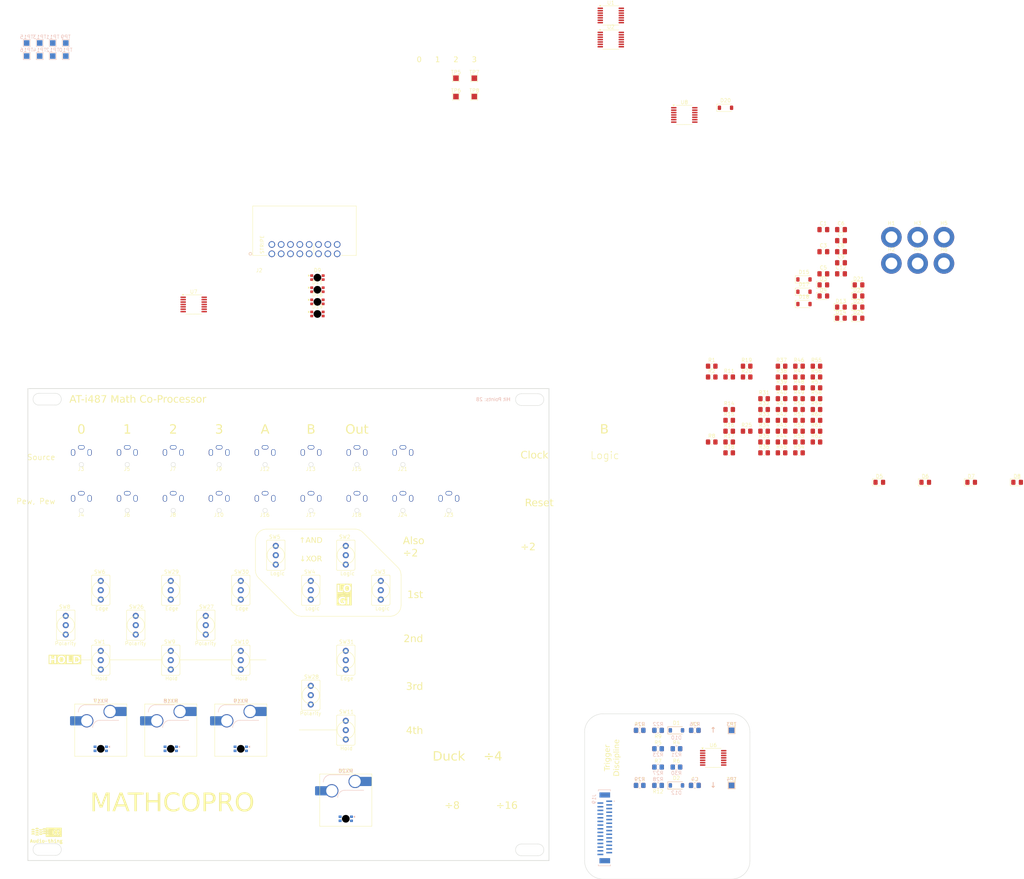
<source format=kicad_pcb>
(kicad_pcb (version 20240108) (generator "pcbnew") (generator_version "8.0")
  (layers (0 "F.Cu" signal) (31 "B.Cu" signal) (34 "B.Paste" user) (35 "F.Paste" user) (36 "B.SilkS" user "B.Silkscreen") (37 "F.SilkS" user "F.Silkscreen") (38 "B.Mask" user) (39 "F.Mask" user) (44 "Edge.Cuts" user))
  (net 0 "")
  (net 1 "GND")
  (net 2 "+5V")
  (net 3 "+12V")
  (net 4 "-12V")
  (net 5 "Net-(D4-A)")
  (net 6 "Net-(D3-A)")
  (net 7 "/Bus/CON_GATE")
  (net 8 "/Bus/CON_CV")
  (net 13 "-12v")
  (net 14 "LED RISE 0")
  (net 15 "Net-(D1-A)")
  (net 16 "LED FALL 0")
  (net 17 "Net-(D2-A)")
  (net 18 "Net-(D5-A)")
  (net 19 "Net-(D6-A)")
  (net 20 "Net-(D7-A)")
  (net 21 "Net-(D8-A)")
  (net 22 "Net-(D9-A)")
  (net 23 "LED RISE 1")
  (net 24 "Net-(D10-A)")
  (net 25 "Net-(D11-A)")
  (net 26 "LED FALL 1")
  (net 27 "Net-(D12-A)")
  (net 28 "Net-(D13-A)")
  (net 29 "Net-(D14-A)")
  (net 30 "LED RISE 2")
  (net 31 "Net-(D15-A)")
  (net 32 "Net-(D16-A)")
  (net 33 "LED FALL 2")
  (net 34 "Net-(D17-A)")
  (net 35 "Net-(D18-A)")
  (net 36 "LED RISE 3")
  (net 37 "Net-(D19-A)")
  (net 38 "Net-(D20-A)")
  (net 39 "LED FALL 3")
  (net 40 "Net-(D21-A)")
  (net 41 "Net-(D22-A)")
  (net 42 "Net-(D23-A)")
  (net 43 "Net-(D24-A)")
  (net 44 "Net-(SW1-A)")
  (net 45 "Net-(SW9-A)")
  (net 46 "Net-(SW10-A)")
  (net 47 "Net-(SW11-A)")
  (net 48 "+12v")
  (net 49 "Rise 0")
  (net 50 "Fall 0")
  (net 51 "MX LED 0 +")
  (net 52 "Out 1")
  (net 53 "Out 2")
  (net 54 "Out 3")
  (net 55 "Rise 1")
  (net 56 "MX LED 1 +")
  (net 57 "Fall 1")
  (net 58 "Rise 2")
  (net 59 "MX LED 2 +")
  (net 60 "Fall 2")
  (net 61 "Rise 3")
  (net 62 "MX LED 3 +")
  (net 63 "Fall 3")
  (net 64 "Net-(SW2-A)")
  (net 65 "Logic 2 Out")
  (net 66 "Net-(SW2-C)")
  (net 67 "Net-(SW3-A)")
  (net 68 "Logic 3 Out")
  (net 69 "Net-(SW3-C)")
  (net 70 "Net-(SW4-C)")
  (net 71 "Logic 1 Out")
  (net 72 "Net-(SW4-A)")
  (net 73 "Net-(SW5-C)")
  (net 74 "Net-(SW5-A)")
  (net 75 "Logic 0 Out")
  (net 76 "IN 0")
  (net 79 "Net-(SW6-B)")
  (net 80 "Net-(SW8-C)")
  (net 84 "IN 1")
  (net 86 "IN 2")
  (net 89 "IN 3")
  (net 92 "Logic 0 A")
  (net 95 "Logic 0 B")
  (net 98 "Logic 1 A")
  (net 99 "Logic 1 B")
  (net 103 "Logic X")
  (net 109 "Net-(SW26-C)")
  (net 110 "Net-(SW26-A)")
  (net 111 "Net-(SW27-C)")
  (net 112 "Net-(SW27-A)")
  (net 113 "Net-(SW28-A)")
  (net 114 "Net-(SW28-C)")
  (net 115 "Net-(U6A-+)")
  (net 116 "Net-(U6C-+)")
  (net 117 "Net-(U8A-+)")
  (net 118 "Net-(U8C-+)")
  (net 119 "Net-(U6A--)")
  (net 120 "Net-(U6B-+)")
  (net 121 "Net-(U6C--)")
  (net 122 "Net-(U6D-+)")
  (net 123 "Net-(U8A--)")
  (net 124 "Net-(U8B-+)")
  (net 125 "Net-(U8C--)")
  (net 126 "Net-(U8D-+)")
  (footprint "Resistor_SMD:R_0805_2012Metric_Pad1.20x1.40mm_HandSolder" (layer "F.Cu") (at 188.6955 130.56)
    (property "Reference" "R6")
    (property "Value" "100k")
  )
  (footprint "Resistor_SMD:R_0805_2012Metric_Pad1.20x1.40mm_HandSolder" (layer "F.Cu") (at 222.0455 24.36)
    (property "Reference" "R47")
    (property "Value" "100k")
  )
  (footprint "Resistor_SMD:R_0805_2012Metric_Pad1.20x1.40mm_HandSolder" (layer "F.Cu") (at 226.7955 24.36)
    (property "Reference" "R56")
    (property "Value" "100k")
  )
  (footprint "Resistor_SMD:R_0805_2012Metric_Pad1.20x1.40mm_HandSolder" (layer "F.Cu") (at 183.6955 125.56)
    (property "Reference" "R5")
    (property "Value" "1k")
  )
  (footprint "Resistor_SMD:R_0805_2012Metric_Pad1.20x1.40mm_HandSolder" (layer "F.Cu") (at 178.6955 135.56)
    (property "Reference" "R13")
    (property "Value" "2.2k")
  )
  (footprint "PCM_marbastlib-mx:LED_MX_1206R" (layer "F.Cu") (at 91.006391 3.901003)
    (property "Reference" "D16")
    (property "Value" "Out MX 2")
  )
  (footprint "Capacitor_SMD:C_0805_2012Metric_Pad1.18x1.45mm_HandSolder" (layer "F.Cu") (at 228.6655 -9.75)
    (property "Reference" "C3")
    (property "Value" "1uF")
  )
  (footprint "AT-Footprints:SJ3" (layer "F.Cu") (at 39.262499 60.71 90)
    (property "Reference" "J6")
    (property "Value" "Out 1")
    (fp_circle (center 0 0) (end 0.6 0) (stroke (width 0.1)) (fill none) (layer "Edge.Cuts"))
  )
  (footprint "PCM_4ms_Switch:Switch_Toggle_SPDT_SubMini" (layer "F.Cu") (at 89.1955 110.985)
    (property "Reference" "SW28")
    (property "Value" "Polarity")
  )
  (footprint "Resistor_SMD:R_0805_2012Metric_Pad1.20x1.40mm_HandSolder" (layer "F.Cu") (at 226.7955 36.16)
    (property "Reference" "R60")
    (property "Value" "500R")
  )
  (footprint "Capacitor_SMD:C_0805_2012Metric_Pad1.18x1.45mm_HandSolder" (layer "F.Cu") (at 228.6655 -3.73)
    (property "Reference" "C5")
    (property "Value" "1uF")
  )
  (footprint "Resistor_SMD:R_0805_2012Metric_Pad1.20x1.40mm_HandSolder" (layer "F.Cu") (at 212.5455 45.01)
    (property "Reference" "R36")
    (property "Value" "2.7k")
  )
  (footprint "Capacitor_SMD:C_0805_2012Metric_Pad1.18x1.45mm_HandSolder" (layer "F.Cu") (at 233.4755 -15.77)
    (property "Reference" "C6")
    (property "Value" "10nf")
  )
  (footprint "AT-Footprints:SJ3" (layer "F.Cu") (at 64.262499 48.21 90)
    (property "Reference" "J9")
    (property "Value" "In 3")
    (fp_circle (center 0 0) (end 0.6 0) (stroke (width 0.1)) (fill none) (layer "Edge.Cuts"))
  )
  (footprint "PCM_4ms_Switch:Switch_Toggle_SPDT_SubMini" (layer "F.Cu") (at 98.7205 120.51)
    (property "Reference" "SW11")
    (property "Value" "Hold")
  )
  (footprint "Diode_SMD:D_SOD-123" (layer "F.Cu") (at 188.6955 135.56)
    (property "Reference" "D2")
    (property "Value" "1N4148W")
  )
  (footprint "LED_SMD:LED_0805_2012Metric_Pad1.15x1.40mm_HandSolder" (layer "F.Cu") (at 228.6705 2.305)
    (property "Reference" "D4")
    (property "Value" "Fall")
  )
  (footprint "Resistor_SMD:R_0805_2012Metric_Pad1.20x1.40mm_HandSolder" (layer "F.Cu") (at 217.2955 21.41)
    (property "Reference" "R37")
    (property "Value" "1k")
  )
  (footprint "PCM_4ms_Switch:Switch_Toggle_SPDT_SubMini" (layer "F.Cu") (at 98.7205 72.885)
    (property "Reference" "SW2")
    (property "Value" "Logic")
  )
  (footprint "AT-Footprints:SJ3" (layer "F.Cu") (at 114.262499 60.709999 90)
    (property "Reference" "J24")
    (property "Value" "Logic 3 Out")
    (fp_circle (center 0 0) (end 0.6 0) (stroke (width 0.1)) (fill none) (layer "Edge.Cuts"))
  )
  (footprint "Resistor_SMD:R_0805_2012Metric_Pad1.20x1.40mm_HandSolder" (layer "F.Cu") (at 183.6955 120.56 180)
    (property "Reference" "R9")
    (property "Value" "2.7k")
  )
  (footprint "PCM_4ms_Switch:Switch_Toggle_SPDT_SubMini" (layer "F.Cu") (at 60.6205 91.935)
    (property "Reference" "SW27")
    (property "Value" "Polarity")
  )
  (footprint "Resistor_SMD:R_0805_2012Metric_Pad1.20x1.40mm_HandSolder" (layer "F.Cu") (at 226.7955 42.06)
    (property "Reference" "R62")
    (property "Value" "500R")
  )
  (footprint "LED_SMD:LED_0805_2012Metric_Pad1.15x1.40mm_HandSolder" (layer "F.Cu") (at 256.395499 53.030002)
    (property "Reference" "D6")
    (property "Value" "Out")
  )
  (footprint "Resistor_SMD:R_0805_2012Metric_Pad1.20x1.40mm_HandSolder" (layer "F.Cu") (at 226.7955 39.11)
    (property "Reference" "R61")
    (property "Value" "500R")
  )
  (footprint "LED_SMD:LED_0805_2012Metric_Pad1.15x1.40mm_HandSolder" (layer "F.Cu") (at 281.395499 53.030002)
    (property "Reference" "D8")
    (property "Value" "Out")
  )
  (footprint "AT-Footprints:SJ3" (layer "F.Cu") (at 51.762499 60.71 90)
    (property "Reference" "J8")
    (property "Value" "Out 2")
    (fp_circle (center 0 0) (end 0.6 0) (stroke (width 0.1)) (fill none) (layer "Edge.Cuts"))
  )
  (footprint "Resistor_SMD:R_0805_2012Metric_Pad1.20x1.40mm_HandSolder" (layer "F.Cu") (at 222.0455 27.31)
    (property "Reference" "R48")
    (property "Value" "2.7k")
  )
  (footprint "Resistor_SMD:R_0805_2012Metric_Pad1.20x1.40mm_HandSolder" (layer "F.Cu") (at 212.5455 33.21)
    (property "Reference" "R32")
    (property "Value" "500R")
  )
  (footprint "Capacitor_SMD:C_0805_2012Metric_Pad1.18x1.45mm_HandSolder" (layer "F.Cu") (at 233.4755 -12.76)
    (property "Reference" "C7")
    (property "Value" "1uF")
  )
  (footprint "Resistor_SMD:R_0805_2012Metric_Pad1.20x1.40mm_HandSolder" (layer "F.Cu") (at 178.6955 120.56)
    (property "Reference" "R10")
    (property "Value" "2.2k")
  )
  (footprint "AT-Footprints:at-logo" (layer "F.Cu") (at 17.368236 146.740441)
    (property "Reference" "G***" (hide yes))
    (property "Value" "LOGO" (hide yes))
  )
  (footprint "Resistor_SMD:R_0805_2012Metric_Pad1.20x1.40mm_HandSolder" (layer "F.Cu") (at 217.2955 39.11)
    (property "Reference" "R43")
    (property "Value" "2.2k")
  )
  (footprint "Resistor_SMD:R_0805_2012Metric_Pad1.20x1.40mm_HandSolder" (layer "F.Cu") (at 212.5455 42.06)
    (property "Reference" "R35")
    (property "Value" "100k")
  )
  (footprint "PCM_4ms_Switch:Switch_Toggle_SPDT_SubMini" (layer "F.Cu") (at 108.2455 82.41)
    (property "Reference" "SW3")
    (property "Value" "Logic")
  )
  (footprint "Resistor_SMD:R_0805_2012Metric_Pad1.20x1.40mm_HandSolder" (layer "F.Cu") (at 222.0455 21.41)
    (property "Reference" "R46")
    (property "Value" "10k")
  )
  (footprint "Resistor_SMD:R_0805_2012Metric_Pad1.20x1.40mm_HandSolder" (layer "F.Cu") (at 217.2955 24.36)
    (property "Reference" "R38")
    (property "Value" "2.2k")
  )
  (footprint "Capacitor_SMD:C_0805_2012Metric_Pad1.18x1.45mm_HandSolder" (layer "F.Cu") (at 233.4755 -6.74)
    (property "Reference" "C9")
    (property "Value" "10nf")
  )
  (footprint "PCM_4ms_Switch:Switch_Toggle_SPDT_SubMini" (layer "F.Cu") (at 79.6705 72.885)
    (property "Reference" "SW5")
    (property "Value" "Logic")
  )
  (footprint "Resistor_SMD:R_0805_2012Metric_Pad1.20x1.40mm_HandSolder" (layer "F.Cu") (at 226.7955 21.41)
    (property "Reference" "R55")
    (property "Value" "2.2k")
  )
  (footprint "Resistor_SMD:R_0805_2012Metric_Pad1.20x1.40mm_HandSolder" (layer "F.Cu") (at 207.7955 39.11)
    (property "Reference" "R25")
    (property "Value" "150R")
  )
  (footprint "Resistor_SMD:R_0805_2012Metric_Pad1.20x1.40mm_HandSolder" (layer "F.Cu") (at 183.6955 130.56)
    (property "Reference" "R7")
    (property "Value" "1k")
  )
  (footprint "Capacitor_SMD:C_0805_2012Metric_Pad1.18x1.45mm_HandSolder" (layer "F.Cu") (at 228.6655 -15.77)
    (property "Reference" "C1")
    (property "Value" "1uF")
  )
  (footprint "LED_SMD:LED_0805_2012Metric_Pad1.15x1.40mm_HandSolder" (layer "F.Cu") (at 233.4555 5.325)
    (property "Reference" "D13")
    (property "Value" "Rise")
  )
  (footprint "Resistor_SMD:R_0805_2012Metric_Pad1.20x1.40mm_HandSolder" (layer "F.Cu") (at 203.0455 45.01)
    (property "Reference" "R18")
    (property "Value" "150R")
  )
  (footprint "AT-Footprints:SJ3" (layer "F.Cu") (at 76.762499 48.21 90)
    (property "Reference" "J12")
    (property "Value" "Logic 0 A")
    (fp_circle (center 0 0) (end 0.6 0) (stroke (width 0.1)) (fill none) (layer "Edge.Cuts"))
  )
  (footprint "MountingHole:MountingHole_3.2mm_M3_DIN965_Pad" (layer "F.Cu") (at 247.1855 -6.55)
    (property "Reference" "H2")
    (property "Value" "M3")
  )
  (footprint "Resistor_SMD:R_0805_2012Metric_Pad1.20x1.40mm_HandSolder" (layer "F.Cu") (at 217.2955 30.26)
    (property "Reference" "R40")
    (property "Value" "100k")
  )
  (footprint "Resistor_SMD:R_0805_2012Metric_Pad1.20x1.40mm_HandSolder" (layer "F.Cu") (at 198.2955 24.36)
    (property "Reference" "R2")
    (property "Value" "10k")
  )
  (footprint "LED_SMD:LED_0805_2012Metric_Pad1.15x1.40mm_HandSolder" (layer "F.Cu") (at 238.2405 2.305)
    (property "Reference" "D22")
    (property "Value" "Fall")
  )
  (footprint "PCM_4ms_Switch:Switch_Toggle_SPDT_SubMini" (layer "F.Cu") (at 22.5205 91.935)
    (property "Reference" "SW8")
    (property "Value" "Polarity")
  )
  (footprint "PCM_4ms_Switch:Switch_Toggle_SPDT_SubMini" (layer "F.Cu") (at 41.5705 91.935)
    (property "Reference" "SW26")
    (property "Value" "Polarity")
  )
  (footprint "PCM_marbastlib-mx:LED_MX_1206R" (layer "F.Cu") (at 91.006391 7.201003)
    (property "Reference" "D19")
    (property "Value" "Out MX 3")
  )
  (footprint "Diode_SMD:D_SOD-123" (layer "F.Cu") (at 188.6955 120.56)
    (property "Reference" "D1")
    (property "Value" "1N4148W")
  )
  (footprint "TestPoint:TestPoint_Pad_1.5x1.5mm" (layer "F.Cu") (at 133.6955 -56.99)
    (property "Reference" "TP7")
    (property "Value" "Rising 3")
  )
  (footprint "Resistor_SMD:R_0805_2012Metric_Pad1.20x1.40mm_HandSolder" (layer "F.Cu") (at 212.5455 36.16)
    (property "Reference" "R33")
    (property "Value" "1k")
  )
  (footprint "Resistor_SMD:R_0805_2012Metric_Pad1.20x1.40mm_HandSolder" (layer "F.Cu") (at 183.6955 135.56 180)
    (property "Reference" "R12")
    (property "Value" "2.7k")
  )
  (footprint "TestPoint:TestPoint_Pad_1.5x1.5mm" (layer "F.Cu") (at 128.6955 -56.99)
    (property "Reference" "TP5")
    (property "Value" "Rising 2")
  )
  (footprint "PCM_4ms_Switch:Switch_Toggle_SPDT_SubMini" (layer "F.Cu") (at 51.0955 101.46)
    (property "Reference" "SW9")
    (property "Value" "Hold")
  )
  (footprint "Capacitor_SMD:C_0805_2012Metric_Pad1.18x1.45mm_HandSolder" (layer "F.Cu") (at 193.6955 135.56)
    (property "Reference" "C2")
    (property "Value" "10nf")
  )
  (footprint "LED_SMD:LED_0805_2012Metric_Pad1.15x1.40mm_HandSolder" (layer "F.Cu") (at 268.895499 53.030002)
    (property "Reference" "D7")
    (property "Value" "Out")
  )
  (footprint "PCM_4ms_Switch:Switch_Toggle_SPDT_SubMini" (layer "F.Cu") (at 70.1455 82.41)
    (property "Reference" "SW30")
    (property "Value" "Edge")
  )
  (footprint "Resistor_SMD:R_0805_2012Metric_Pad1.20x1.40mm_HandSolder" (layer "F.Cu") (at 207.7955 21.41)
    (property "Reference" "R19")
    (property "Value" "1k")
  )
  (footprint "AT-Footprints:SJ3" (layer "F.Cu") (at 26.762499 60.71 90)
    (property "Reference" "J4")
    (property "Value" "Out 0")
    (fp_circle (center 0 0) (end 0.6 0) (stroke (width 0.1)) (fill none) (layer "Edge.Cuts"))
  )
  (footprint "MountingHole:MountingHole_3.2mm_M3_DIN965_Pad" (layer "F.Cu") (at 247.1855 -13.7)
    (property "Reference" "H1")
    (property "Value" "M3")
  )
  (footprint "Resistor_SMD:R_0805_2012Metric_Pad1.20x1.40mm_HandSolder" (layer "F.Cu") (at 217.2955 42.06)
    (property "Reference" "R44")
    (property "Value" "100k")
  )
  (footprint "Resistor_SMD:R_0805_2012Metric_Pad1.20x1.40mm_HandSolder" (layer "F.Cu") (at 222.0455 45.01)
    (property "Reference" "R54")
    (property "Value" "2.7k")
  )
  (footprint "Resistor_SMD:R_0805_2012Metric_Pad1.20x1.40mm_HandSolder" (layer "F.Cu") (at 222.0455 36.16)
    (property "Reference" "R51")
    (property "Value" "150R")
  )
  (footprint "Package_SO:TSSOP-14_4.4x5mm_P0.65mm" (layer "F.Cu") (at 170.833 -74.07)
    (property "Reference" "U1")
    (property "Value" "74LS08")
  )
  (footprint "Resistor_SMD:R_0805_2012Metric_Pad1.20x1.40mm_HandSolder" (layer "F.Cu") (at 217.2955 36.16)
    (property "Reference" "R42")
    (property "Value" "2.7k")
  )
  (footprint "Package_SO:TSSOP-14_4.4x5mm_P0.65mm" (layer "F.Cu") (at 170.833 -67.505)
    (property "Reference" "U2")
    (property "Value" "74LS86")
  )
  (footprint "Resistor_SMD:R_0805_2012Metric_Pad1.20x1.40mm_HandSolder" (layer "F.Cu") (at 217.2955 33.21)
    (property "Reference" "R41")
    (property "Value" "1k")
  )
  (footprint "TestPoint:TestPoint_Pad_1.5x1.5mm" (layer "F.Cu") (at 203.6955 120.56)
    (property "Reference" "TP1")
    (property "Value" "Rising 0")
  )
  (footprint "LED_SMD:LED_0805_2012Metric_Pad1.15x1.40mm_HandSolder" (layer "F.Cu") (at 243.895499 53.030002)
    (property "Reference" "D5")
    (property "Value" "Out 0")
  )
  (footprint "Diode_SMD:D_SOD-123" (layer "F.Cu") (at 223.3905 1.15)
    (property "Reference" "D17")
    (property "Value" "1N4148W")
  )
  (footprint "AT-Footprints:SJ3" (layer "F.Cu") (at 39.262499 48.21 90)
    (property "Reference" "J5")
    (property "Value" "In 1")
    (fp_circle (center 0 0) (end 0.6 0) (stroke (width 0.1)) (fill none) (layer "Edge.Cuts"))
  )
  (footprint "Resistor_SMD:R_0805_2012Metric_Pad1.20x1.40mm_HandSolder" (layer "F.Cu") (at 212.5455 39.11)
    (property "Reference" "R34")
    (property "Value" "10k")
  )
  (footprint "Capacitor_SMD:C_0805_2012Metric_Pad1.18x1.45mm_HandSolder" (layer "F.Cu") (at 233.4755 -9.75)
    (property "Reference" "C8")
    (property "Value" "10nf")
  )
  (footprint "Resistor_SMD:R_0805_2012Metric_Pad1.20x1.40mm_HandSolder" (layer "F.Cu") (at 203.0455 36.16)
    (property "Reference" "R15")
    (property "Value" "150R")
  )
  (footprint "PCM_4ms_Switch:Switch_Toggle_SPDT_SubMini" (layer "F.Cu") (at 70.1455 101.46)
    (property "Reference" "SW10")
    (property "Value" "Hold")
  )
  (footprint "LED_SMD:LED_0805_2012Metric_Pad1.15x1.40mm_HandSolder" (layer "F.Cu") (at 238.2405 -0.715)
    (property "Reference" "D21")
    (property "Value" "Rise")
  )
  (footprint "LED_SMD:LED_0805_2012Metric_Pad1.15x1.40mm_HandSolder" (layer "F.Cu") (at 233.4555 8.345)
    (property "Reference" "D14")
    (property "Value" "Fall")
  )
  (footprint "MountingHole:MountingHole_3.2mm_M3_DIN965_Pad" (layer "F.Cu") (at 261.4855 -6.55)
    (property "Reference" "H6")
    (property "Value" "M3")
  )
  (footprint "Resistor_SMD:R_0805_2012Metric_Pad1.20x1.40mm_HandSolder" (layer "F.Cu") (at 198.2955 21.41)
    (property "Reference" "R1")
    (property "Value" "1k")
  )
  (footprint "TestPoint:TestPoint_Pad_1.5x1.5mm" (layer "F.Cu") (at 133.6955 -51.99)
    (property "Reference" "TP8")
    (property "Value" "Falling 3")
  )
  (footprint "AT-Footprints:SJ3" (layer "F.Cu") (at 51.762499 48.21 90)
    (property "Reference" "J7")
    (property "Value" "In 2")
    (fp_circle (center 0 0) (end 0.6 0) (stroke (width 0.1)) (fill none) (layer "Edge.Cuts"))
  )
  (footprint "AT-Footprints:SJ3" (layer "F.Cu") (at 126.762499 60.709999 90)
    (property "Reference" "J23")
    (property "Value" "Logic X")
    (fp_circle (center 0 0) (end 0.6 0) (stroke (width 0.1)) (fill none) (layer "Edge.Cuts"))
  )
  (footprint "AT-Footprints:SJ3" (layer "F.Cu") (at 101.762499 48.209999 90)
    (property "Reference" "J15")
    (property "Value" "Logic 0 Out")
    (fp_circle (center 0 0) (end 0.6 0) (stroke (width 0.1)) (fill none) (layer "Edge.Cuts"))
  )
  (footprint "PCM_marbastlib-mx:LED_MX_1206R" (layer "F.Cu") (at 91.006391 -2.698997)
    (property "Reference" "D9")
    (property "Value" "Out MX 0")
  )
  (footprint "Package_SO:TSSOP-14_4.4x5mm_P0.65mm" (layer "F.Cu") (at 190.833 -46.99)
    (property "Reference" "U8")
    (property "Value" "TL074")
  )
  (footprint "Resistor_SMD:R_0805_2012Metric_Pad1.20x1.40mm_HandSolder" (layer "F.Cu") (at 212.5455 30.26)
    (property "Reference" "R31")
    (property "Value" "500R")
  )
  (footprint "AT-Footprints:SW_Hotswap_Kailh_MX_Plated_1206R LED" (layer "F.Cu") (at 51.0955 120.51)
    (property "Reference" "MX18")
    (property "Value" "Trigger 1")
  )
  (footprint "Resistor_SMD:R_0805_2012Metric_Pad1.20x1.40mm_HandSolder" (layer "F.Cu") (at 203.0455 33.21)
    (property "Reference" "R14")
    (property "Value" "150R")
  )
  (footprint "AT-Footprints:SJ3" (layer "F.Cu") (at 26.762499 48.21 90)
    (property "Reference" "J3")
    (property "Value" "In 0")
    (fp_circle (center 0 0) (end 0.6 0) (stroke (width 0.1)) (fill none) (layer "Edge.Cuts"))
  )
  (footprint "PCM_4ms_Switch:Switch_Toggle_SPDT_SubMini" (layer "F.Cu") (at 32.0455 82.41)
    (property "Reference" "SW6")
    (property "Value" "Edge")
  )
  (footprint "AT-Footprints:SW_Hotswap_Kailh_MX_Plated_1206R LED" (layer "F.Cu") (at 70.1455 120.51)
    (property "Reference" "MX19")
    (property "Value" "Trigger 2")
  )
  (footprint "AT-Footprints:SJ3" (layer "F.Cu") (at 89.262499 60.71 90)
    (property "Reference" "J17")
    (property "Value" "Logic 1 B")
    (fp_circle (center 0 0) (end 0.6 0) (stroke (width 0.1)) (fill none) (layer "Edge.Cuts"))
  )
  (footprint "Diode_SMD:D_SOD-123" (layer "F.Cu") (at 202.0455 -48.94)
    (property "Reference" "D20")
    (property "Value" "1N4148W")
  )
  (footprint "Resistor_SMD:R_0805_2012Metric_Pad1.20x1.40mm_HandSolder" (layer "F.Cu") (at 193.6955 120.56)
    (property "Reference" "R3")
    (property "Value" "100k")
  )
  (footprint "Resistor_SMD:R_0805_2012Metric_Pad1.20x1.40mm_HandSolder" (layer "F.Cu") (at 198.2955 42.06)
    (property "Reference" "R8")
    (property "Value" "500R")
  )
  (footprint "PCM_marbastlib-mx:LED_MX_1206R" (layer "F.Cu") (at 91.006391 0.601003)
    (property "Reference" "D11")
    (property "Value" "Out MX 1")
  )
  (footprint "LED_SMD:LED_0805_2012Metric_Pad1.15x1.40mm_HandSolder" (layer "F.Cu") (at 228.6705 -0.715)
    (property "Reference" "D3")
    (property "Value" "Rise")
  )
  (footprint "Resistor_SMD:R_0805_2012Metric_Pad1.20x1.40mm_HandSolder" (layer "F.Cu") (at 226.7955 33.21)
    (property "Reference" "R59")
    (property "Value" "500R")
  )
  (footprint "Resistor_SMD:R_0805_2012Metric_Pad1.20x1.40mm_HandSolder" (layer "F.Cu") (at 222.0455 42.06)
    (property "Reference" "R53")
    (property "Value" "1k")
  )
  (footprint "Resistor_SMD:R_0805_2012Metric_Pad1.20x1.40mm_HandSolder" (layer "F.Cu") (at 217.2955 27.31)
    (property "Reference" "R39")
    (property "Value" "150R")
  )
  (footprint "Diode_SMD:D_SOD-123" (layer "F.Cu") (at 223.3905 4.5)
    (property "Reference" "D18")
    (property "Value" "1N4148W")
  )
  (footprint "Package_SO:TSSOP-14_4.4x5mm_P0.65mm" (layer "F.Cu") (at 57.333 4.61)
    (property "Reference" "U7")
    (property "Value" "40106")
  )
  (footprint "Resistor_SMD:R_0805_2012Metric_Pad1.20x1.40mm_HandSolder" (layer "F.Cu") (at 203.0455 39.11)
    (property "Reference" "R16")
    (property "Value" "150R")
  )
  (footprint "MountingHole:MountingHole_3.2mm_M3_DIN965_Pad" (layer "F.Cu") (at 254.3355 -6.55)
    (property "Reference" "H4")
    (property "Value" "M3")
  )
  (footprint "TestPoint:TestPoint_Pad_1.5x1.5mm" (layer "F.Cu") (at 128.6955 -51.99)
    (property "Reference" "TP6")
    (property "Value" "Falling 2")
  )
  (footprint "Capacitor_SMD:C_0805_2012Metric_Pad1.18x1.45mm_HandSolder" (layer "F.Cu") (at 233.4755 -3.73)
    (property "Reference" "C12")
    (property "Value" "10nf")
  )
  (footprint "Resistor_SMD:R_0805_2012Metric_Pad1.20x1.40mm_HandSolder" (layer "F.Cu") (at 226.7955 27.31)
    (property "Reference" "R57")
    (property "Value" "10R")
  )
  (footprint "TestPoint:TestPoint_Pad_1.5x1.5mm" (layer "F.Cu") (at 203.6955 135.56)
    (property "Reference" "TP2")
    (property "Value" "Falling 0")
  )
  (footprint "Resistor_SMD:R_0805_2012Metric_Pad1.20x1.40mm_HandSolder" (layer "F.Cu") (at 203.0455 24.36)
    (property "Reference" "R11")
    (property "Value" "500R")
  )
  (footprint "AT-Footprints:SJ3" (layer "F.Cu") (at 114.262499 48.209999 90)
    (property "Reference" "J21")
    (property "Value" "Logic 2 Out")
    (fp_circle (center 0 0) (end 0.6 0) (stroke (width 0.1)) (fill none) (layer "Edge.Cuts"))
  )
  (footprint "Resistor_SMD:R_0805_2012Metric_Pad1.20x1.40mm_HandSolder" (layer "F.Cu") (at 217.2955 45.01)
    (property "Reference" "R45")
    (property "Value" "1k")
  )
  (footprint "Package_SO:TSSOP-14_4.4x5mm_P0.65mm" (layer "F.Cu") (at 198.6955 128.06)
    (property "Reference" "U6")
    (property "Value" "TL074")
  )
  (footprint "AT-Footprints:EURORACK Right Angle" (layer "F.Cu") (at 78.597499 -9.179998)
    (property "Reference" "J2")
    (property "Value" "OPT EURO")
  )
  (footprint "LED_SMD:LED_0805_2012Metric_Pad1.15x1.40mm_HandSolder" (layer "F.Cu") (at 238.2405 5.325)
    (property "Reference" "D23")
    (property "Value" "Rise")
  )
  (footprint "Resistor_SMD:R_0805_2012Metric_Pad1.20x1.40mm_HandSolder" (layer "F.Cu") (at 188.6955 125.56)
    (property "Reference" "R4")
    (property "Value" "100k")
  )
  (footprint "Resistor_SMD:R_0805_2012Metric_Pad1.20x1.40mm_HandSolder" (layer "F.Cu") (at 222.0455 39.11)
    (property "Reference" "R52")
    (property "Value" "100k")
  )
  (footprint "MountingHole:MountingHole_3.2mm_M3_DIN965_Pad" (layer "F.Cu") (at 254.3355 -13.7)
    (property "Reference" "H3")
    (property "Value" "M3")
  )
  (footprint "AT-Footprints:SW_Hotswap_Kailh_MX_Plated_1206R LED" (layer "F.Cu") (at 98.7205 139.56)
    (property "Reference" "MX20")
    (property "Value" "Trigger 3")
  )
  (footprint "PCM_4ms_Switch:Switch_Toggle_SPDT_SubMini" (layer "F.Cu") (at 98.7205 101.46)
    (property "Reference" "SW31")
    (property "Value" "Edge")
  )
  (footprint "Resistor_SMD:R_0805_2012Metric_Pad1.20x1.40mm_HandSolder" (layer "F.Cu") (at 226.7955 30.26)
    (property "Reference" "R58")
    (property "Value" "10R")
  )
  (footprint "AT-Footprints:SJ3" (layer "F.Cu") (at 89.262499 48.209999 90)
    (property "Reference" "J13")
    (property "Value" "Logic 0 B")
    (fp_circle (center 0 0) (end 0.6 0) (stroke (width 0.1)) (fill none) (layer "Edge.Cuts"))
  )
  (footprint "AT-Footprints:SW_Hotswap_Kailh_MX_Plated_1206R LED" (layer "F.Cu") (at 32.0455 120.51)
    (property "Reference" "MX17")
    (property "Value" "Trigger 0")
  )
  (footprint "AT-Footprints:SJ3" (layer "F.Cu") (at 64.262499 60.71 90)
    (property "Reference" "J10")
    (property "Value" "Out 3")
    (fp_circle (center 0 0) (end 0.6 0) (stroke (width 0.1)) (fill none) (layer "Edge.Cuts"))
  )
  (footprint "AT-Footprints:SJ3" (layer "F.Cu") (at 76.762499 60.709998 90)
    (property "Reference" "J16")
    (property "Value" "Logic 1 A")
    (fp_circle (center 0 0) (end 0.6 0) (stroke (width 0.1)) (fill none) (layer "Edge.Cuts"))
  )
  (footprint "Resistor_SMD:R_0805_2012Metric_Pad1.20x1.40mm_HandSolder" (layer "F.Cu") (at 222.0455 33.21)
    (property "Reference" "R50")
    (property "Value" "2.2k")
  )
  (footprint "Resistor_SMD:R_0805_2012Metric_Pad1.20x1.40mm_HandSolder" (layer "F.Cu") (at 222.0455 30.26)
    (property "Reference" "R49")
    (property "Value" "1k")
  )
  (footprint "Resistor_SMD:R_0805_2012Metric_Pad1.20x1.40mm_HandSolder" (layer "F.Cu") (at 207.7955 24.36)
    (property "Reference" "R20")
    (property "Value" "10k")
  )
  (footprint "AT-Footprints:SJ3" (layer "F.Cu") (at 101.762499 60.709999 90)
    (property "Reference" "J18")
    (property "Value" "Logic 1 Out")
    (fp_circle (center 0 0) (end 0.6 0) (stroke (width 0.1)) (fill none) (layer "Edge.Cuts"))
  )
  (footprint "PCM_4ms_Switch:Switch_Toggle_SPDT_SubMini" (layer "F.Cu") (at 51.0955 82.41)
    (property "Reference" "SW29")
    (property "Value" "Edge")
  )
  (footprint "Diode_SMD:D_SOD-123" (layer "F.Cu") (at 223.3905 -2.2)
    (property "Reference" "D15")
    (property "Value" "1N4148W")
  )
  (footprint "PCM_4ms_Switch:Switch_Toggle_SPDT_SubMini" (layer "F.Cu") (at 32.0455 101.46)
    (property "Reference" "SW1")
    (property "Value" "Hold")
  )
  (footprint "Resistor_SMD:R_0805_2012Metric_Pad1.20x1.40mm_HandSolder" (layer "F.Cu") (at 203.0455 42.06)
    (property "Reference" "R17")
    (property "Value" "150R")
  )
  (footprint "PCM_4ms_Switch:Switch_Toggle_SPDT_SubMini" (layer "F.Cu") (at 89.1955 82.41)
    (property "Reference" "SW4")
    (property "Value" "Logic")
  )
  (footprint "MountingHole:MountingHole_3.2mm_M3_DIN965_Pad" (layer "F.Cu") (at 261.4855 -13.7)
    (property "Reference" "H5")
    (property "Value" "M3")
  )
  (footprint "LED_SMD:LED_0805_2012Metric_Pad1.15x1.40mm_HandSolder" (layer "F.Cu") (at 238.2405 8.345)
    (property "Reference" "D24")
    (property "Value" "Fall")
  )
  (footprint "Resistor_SMD:R_0805_2012Metric_Pad1.20x1.40mm_HandSolder" (layer "B.Cu") (at 188.6955 125.56)
    (property "Reference" "R21")
    (property "Value" "100k")
  )
  (footprint "TestPoint:TestPoint_Pad_1.5x1.5mm" (layer "B.Cu") (at 18.981392 -66.568999 180)
    (property "Reference" "TP11")
    (property "Value" "AND 3")
  )
  (footprint "TestPoint:TestPoint_Pad_1.5x1.5mm" (layer "B.Cu") (at 22.531392 -63.018999 180)
    (property "Reference" "TP10")
    (property "Value" "XOR 2")
  )
  (footprint "Resistor_SMD:R_0805_2012Metric_Pad1.20x1.40mm_HandSolder" (layer "B.Cu") (at 183.6955 130.56)
    (property "Reference" "R27")
    (property "Value" "1k")
  )
  (footprint "Resistor_SMD:R_0805_2012Metric_Pad1.20x1.40mm_HandSolder" (layer "B.Cu") (at 183.6955 120.56 180)
    (property "Reference" "R22")
    (property "Value" "2.7k")
  )
  (footprint "TestPoint:TestPoint_Pad_1.5x1.5mm" (layer "B.Cu") (at 18.981392 -63.018999 180)
    (property "Reference" "TP12")
    (property "Value" "XOR 3")
  )
  (footprint "Resistor_SMD:R_0805_2012Metric_Pad1.20x1.40mm_HandSolder" (layer "B.Cu") (at 188.6955 130.56)
    (property "Reference" "R30")
    (property "Value" "100k")
  )
  (footprint "TestPoint:TestPoint_Pad_1.5x1.5mm" (layer "B.Cu") (at 203.6955 120.56 180)
    (property "Reference" "TP3")
    (property "Value" "Rising 1")
  )
  (footprint "Resistor_SMD:R_0805_2012Metric_Pad1.20x1.40mm_HandSolder" (layer "B.Cu") (at 178.6955 135.56 180)
    (property "Reference" "R29")
    (property "Value" "2.2k")
  )
  (footprint "TestPoint:TestPoint_Pad_1.5x1.5mm" (layer "B.Cu") (at 15.431392 -66.568999 180)
    (property "Reference" "TP13")
    (property "Value" "AND 1")
  )
  (footprint "TestPoint:TestPoint_Pad_1.5x1.5mm" (layer "B.Cu") (at 11.881392 -63.018999 180)
    (property "Reference" "TP16")
    (property "Value" "XOR 0")
  )
  (footprint "AT-Footprints:ffc-30-v-TE_3-1734742-0" (layer "B.Cu") (at 169.1955 147.11 -90)
    (property "Reference" "J19")
    (property "Value" "EXT")
  )
  (footprint "Resistor_SMD:R_0805_2012Metric_Pad1.20x1.40mm_HandSolder" (layer "B.Cu") (at 183.6955 125.56)
    (property "Reference" "R23")
    (property "Value" "1k")
  )
  (footprint "Resistor_SMD:R_0805_2012Metric_Pad1.20x1.40mm_HandSolder" (layer "B.Cu") (at 193.6955 120.56 180)
    (property "Reference" "R26")
    (property "Value" "100k")
  )
  (footprint "TestPoint:TestPoint_Pad_1.5x1.5mm" (layer "B.Cu") (at 15.431392 -63.018999 180)
    (property "Reference" "TP14")
    (property "Value" "XOR 1")
  )
  (footprint "TestPoint:TestPoint_Pad_1.5x1.5mm" (layer "B.Cu") (at 203.6955 135.56 180)
    (property "Reference" "TP4")
    (property "Value" "Falling 1")
  )
  (footprint "Diode_SMD:D_SOD-123" (layer "B.Cu") (at 188.6955 120.56)
    (property "Reference" "D10")
    (property "Value" "1N4148W")
  )
  (footprint "TestPoint:TestPoint_Pad_1.5x1.5mm" (layer "B.Cu") (at 11.881392 -66.568999 180)
    (property "Reference" "TP15")
    (property "Value" "AND 0")
  )
  (footprint "TestPoint:TestPoint_Pad_1.5x1.5mm" (layer "B.Cu") (at 22.531392 -66.568999 180)
    (property "Reference" "TP9")
    (property "Value" "AND 2")
  )
  (footprint "Resistor_SMD:R_0805_2012Metric_Pad1.20x1.40mm_HandSolder" (layer "B.Cu") (at 178.6955 120.56 180)
    (property "Reference" "R24")
    (property "Value" "2.2k")
  )
  (footprint "Capacitor_SMD:C_0805_2012Metric_Pad1.18x1.45mm_HandSolder" (layer "B.Cu") (at 193.6955 135.56 180)
    (property "Reference" "C4")
    (property "Value" "10nf")
  )
  (footprint "Resistor_SMD:R_0805_2012Metric_Pad1.20x1.40mm_HandSolder" (layer "B.Cu") (at 183.6955 135.56 180)
    (property "Reference" "R28")
    (property "Value" "2.7k")
  )
  (footprint "Diode_SMD:D_SOD-123" (layer "B.Cu") (at 188.6955 135.56)
    (property "Reference" "D12")
    (property "Value" "1N4148W")
  )
  (gr_arc (start 112.88682 76.18868) (mid 113.537138 77.16195) (end 113.7655 78.31) (stroke (width 0.1)) (layer "F.SilkS"))
  (gr_arc (start 101.2405 65.785) (mid 102.38855 66.013361) (end 103.36182 66.66368) (stroke (width 0.1)) (layer "F.SilkS"))
  (gr_line (start 112.88682 76.18868) (end 103.36182 66.66368) (stroke (width 0.1)) (layer "F.SilkS"))
  (gr_line (start 75.01918 79.10632) (end 84.54418 88.63132) (stroke (width 0.1)) (layer "F.SilkS"))
  (gr_line (start 96.2105 120.46) (end 86.0455 120.46) (stroke (width 0.1)) (layer "F.SilkS"))
  (gr_line (start 29.5355 101.41) (end 26.0455 101.41) (stroke (width 0.1)) (layer "F.SilkS"))
  (gr_line (start 72.6555 101.36) (end 77.0455 101.36) (stroke (width 0.1)) (layer "F.SilkS"))
  (gr_line (start 101.2405 65.785) (end 77.1405 65.785) (stroke (width 0.1)) (layer "F.SilkS"))
  (gr_arc (start 86.6655 89.51) (mid 85.51745 89.281639) (end 84.54418 88.63132) (stroke (width 0.1)) (layer "F.SilkS"))
  (gr_line (start 53.6055 101.36) (end 67.6355 101.36) (stroke (width 0.1)) (layer "F.SilkS"))
  (gr_line (start 86.6655 89.51) (end 110.7655 89.51) (stroke (width 0.1)) (layer "F.SilkS"))
  (gr_line (start 34.5555 101.36) (end 48.5855 101.36) (stroke (width 0.1)) (layer "F.SilkS"))
  (gr_arc (start 113.7655 86.51) (mid 112.88682 88.63132) (end 110.7655 89.51) (stroke (width 0.1)) (layer "F.SilkS"))
  (gr_line (start 74.1405 68.785) (end 74.1405 76.985) (stroke (width 0.1)) (layer "F.SilkS"))
  (gr_arc (start 74.1405 68.785) (mid 75.01918 66.66368) (end 77.1405 65.785) (stroke (width 0.1)) (layer "F.SilkS"))
  (gr_arc (start 75.01918 79.10632) (mid 74.368862 78.13305) (end 74.1405 76.985) (stroke (width 0.1)) (layer "F.SilkS"))
  (gr_line (start 113.7655 86.51) (end 113.7655 78.31) (stroke (width 0.1)) (layer "F.SilkS"))
  (gr_line (start 163.6955 121.06) (end 163.6955 156.06) (stroke (width 0.1)) (layer "Edge.Cuts"))
  (gr_arc (start 151.0125 28.91) (mid 152.6125 30.51) (end 151.0125 32.11) (stroke (width 0.1)) (layer "Edge.Cuts"))
  (gr_arc (start 15.2125 154.61) (mid 13.6125 153.01) (end 15.2125 151.41) (stroke (width 0.1)) (layer "Edge.Cuts"))
  (gr_line (start 146.5125 154.71) (end 151.0125 154.71) (stroke (width 0.1)) (layer "Edge.Cuts"))
  (gr_line (start 151.0125 151.51) (end 146.5125 151.51) (stroke (width 0.1)) (layer "Edge.Cuts"))
  (gr_arc (start 203.6955 116.06) (mid 207.231034 117.524466) (end 208.6955 121.06) (stroke (width 0.1)) (layer "Edge.Cuts"))
  (gr_line (start 15.2125 32.01) (end 19.7125 32.01) (stroke (width 0.1)) (layer "Edge.Cuts"))
  (gr_arc (start 15.2125 32.01) (mid 13.6125 30.41) (end 15.2125 28.81) (stroke (width 0.1)) (layer "Edge.Cuts"))
  (gr_line (start 19.7125 154.61) (end 15.2125 154.61) (stroke (width 0.1)) (layer "Edge.Cuts"))
  (gr_line (start 151.0125 32.11) (end 146.5125 32.11) (stroke (width 0.1)) (layer "Edge.Cuts"))
  (gr_line (start 146.5125 28.91) (end 151.0125 28.91) (stroke (width 0.1)) (layer "Edge.Cuts"))
  (gr_line (start 15.2125 151.41) (end 19.7125 151.41) (stroke (width 0.1)) (layer "Edge.Cuts"))
  (gr_line (start 168.6955 161.06) (end 203.6955 161.06) (stroke (width 0.1)) (layer "Edge.Cuts"))
  (gr_arc (start 19.7125 28.81) (mid 21.3125 30.41) (end 19.7125 32.01) (stroke (width 0.1)) (layer "Edge.Cuts"))
  (gr_arc (start 146.5125 32.11) (mid 144.9125 30.51) (end 146.5125 28.91) (stroke (width 0.1)) (layer "Edge.Cuts"))
  (gr_line (start 12.2125 156.01) (end 154.0125 156.01) (stroke (width 0.15)) (layer "Edge.Cuts"))
  (gr_arc (start 151.0125 151.51) (mid 152.6125 153.11) (end 151.0125 154.71) (stroke (width 0.1)) (layer "Edge.Cuts"))
  (gr_arc (start 146.5125 154.71) (mid 144.9125 153.11) (end 146.5125 151.51) (stroke (width 0.1)) (layer "Edge.Cuts"))
  (gr_arc (start 19.7125 151.41) (mid 21.3125 153.01) (end 19.7125 154.61) (stroke (width 0.1)) (layer "Edge.Cuts"))
  (gr_arc (start 208.6955 156.06) (mid 207.231034 159.595534) (end 203.6955 161.06) (stroke (width 0.1)) (layer "Edge.Cuts"))
  (gr_line (start 12.2125 27.51) (end 154.0125 27.51) (stroke (width 0.15)) (layer "Edge.Cuts"))
  (gr_line (start 168.6955 116.06) (end 203.6955 116.06) (stroke (width 0.1)) (layer "Edge.Cuts"))
  (gr_arc (start 163.6955 121.06) (mid 165.159966 117.524466) (end 168.6955 116.06) (stroke (width 0.1)) (layer "Edge.Cuts"))
  (gr_line (start 208.6955 156.06) (end 208.6955 121.06) (stroke (width 0.1)) (layer "Edge.Cuts"))
  (gr_line (start 19.7125 28.81) (end 15.2125 28.81) (stroke (width 0.1)) (layer "Edge.Cuts"))
  (gr_line (start 12.2125 156.01) (end 12.2125 27.51) (stroke (width 0.15)) (layer "Edge.Cuts"))
  (gr_arc (start 168.6955 161.06) (mid 165.159966 159.595534) (end 163.6955 156.06) (stroke (width 0.1)) (layer "Edge.Cuts"))
  (gr_line (start 154.0125 27.51) (end 154.0125 156.01) (stroke (width 0.15)) (layer "Edge.Cuts"))
  (gr_text "Hit Points: 28" (at 143.5125 30.51 0) (layer "B.SilkS") (effects (font (size 1 1) (thickness 0.1)) (justify left mirror)))
  (gr_text "↑" (at 198.6955 120.56 -0) (layer "B.SilkS") (effects (font (size 1.5 1.5) (thickness 0.1)) (justify mirror)))
  (gr_text "↓" (at 198.6955 135.56 -0) (layer "B.SilkS") (effects (font (size 1.5 1.5) (thickness 0.1)) (justify mirror)))
  (gr_text "AT-i487 Math Co-Processor" (at 23.5125 30.51 0) (layer "F.SilkS") (effects (font (size 2 2) (thickness 0.1)) (justify left)))
  (gr_text "Out" (at 101.762499 40.21 0) (layer "F.SilkS") (effects (font (size 2.5 2.5)) (justify bottom)))
  (gr_text "Logic" (at 173.262499 45.709999 0) (layer "F.SilkS") (effects (font (size 2 2)) (justify right)))
  (gr_text "0" (at 118.6955 -61.99 0) (layer "F.SilkS") (effects (font (size 1.5 1.5) (thickness 0.1))))
  (gr_text "↑AND\n \n↓XOR" (at 89.1955 71.41 0) (layer "F.SilkS") (effects (font (size 1.5 1.5) (thickness 0.1))))
  (gr_text "↓" (at 198.6955 135.56 0) (layer "F.SilkS") (effects (font (size 1.5 1.5) (thickness 0.1))))
  (gr_text "2nd" (at 119.7625 95.709999 0) (layer "F.SilkS") (effects (font (size 2 2) (thickness 0.1)) (justify right)))
  (gr_text "0" (at 26.762499 40.21 0) (layer "F.SilkS") (effects (font (size 2.5 2.5)) (justify bottom)))
  (gr_text "MATHCOPRO" (at 51.5125 140.51 0) (layer "F.SilkS") (effects (font (size 5 5) (thickness 0.1))))
  (gr_text "Duck" (at 126.7625 129.209999 0) (layer "F.SilkS") (effects (font (size 2.5 2.5)) (justify bottom)))
  (gr_text "2" (at 51.762499 40.21 0) (layer "F.SilkS") (effects (font (size 2.5 2.5)) (justify bottom)))
  (gr_text "1" (at 39.262499 40.21 0) (layer "F.SilkS") (effects (font (size 2.5 2.5)) (justify bottom)))
  (gr_text "Source" (at 19.762499 46.21 0) (layer "F.SilkS") (effects (font (size 1.5 1.5)) (justify right)))
  (gr_text "4th" (at 119.7625 120.709999 0) (layer "F.SilkS") (effects (font (size 2 2) (thickness 0.1)) (justify right)))
  (gr_text "Trigger\nDiscipline" (at 171.1955 128.06 90) (layer "F.SilkS") (effects (font (size 1.5 1.5) (thickness 0.1))))
  (gr_text "÷8" (at 125.5955 141.109999 0) (layer "F.SilkS") (effects (font (size 2 2) (thickness 0.1)) (justify left)))
  (gr_text "3" (at 133.6955 -61.99 0) (layer "F.SilkS") (effects (font (size 1.5 1.5) (thickness 0.1))))
  (gr_text "÷4" (at 138.7625 129.209999 0) (layer "F.SilkS") (effects (font (size 2.5 2.5)) (justify bottom)))
  (gr_text "Pew, Pew" (at 19.762499 58.21 0) (layer "F.SilkS") (effects (font (size 1.5 1.5)) (justify right)))
  (gr_text "Also\n÷2" (at 114.262499 70.709999 0) (layer "F.SilkS") (effects (font (size 2 2) (thickness 0.1)) (justify left)))
  (gr_text "1" (at 123.6955 -61.99 0) (layer "F.SilkS") (effects (font (size 1.5 1.5) (thickness 0.1))))
  (gr_text "2" (at 128.6955 -61.99 0) (layer "F.SilkS") (effects (font (size 1.5 1.5) (thickness 0.1))))
  (gr_text "HOLD" (at 22.2405 101.46 0) (layer "F.SilkS" knockout) (effects (font (size 2 2) (thickness 0.2) (bold yes))))
  (gr_text "Reset" (at 155.262499 58.709999 0) (layer "F.SilkS") (effects (font (size 2 2) (thickness 0.1)) (justify right)))
  (gr_text "1st" (at 119.7625 83.709999 0) (layer "F.SilkS") (effects (font (size 2 2) (thickness 0.1)) (justify right)))
  (gr_text "3rd" (at 119.7625 108.709999 0) (layer "F.SilkS") (effects (font (size 2 2) (thickness 0.1)) (justify right)))
  (gr_text "LO\nGI" (at 98.2405 83.785 0) (layer "F.SilkS" knockout) (effects (font (size 2 2) (thickness 0.2) (bold yes))))
  (gr_text "3" (at 64.262499 40.21 0) (layer "F.SilkS") (effects (font (size 2.5 2.5)) (justify bottom)))
  (gr_text "↑" (at 198.6955 120.56 0) (layer "F.SilkS") (effects (font (size 1.5 1.5) (thickness 0.1))))
  (gr_text "Clock" (at 146.262499 45.709999 0) (layer "F.SilkS") (effects (font (size 2 2) (thickness 0.1)) (justify left)))
  (gr_text "÷2" (at 146.262499 70.709999 0) (layer "F.SilkS") (effects (font (size 2 2) (thickness 0.1)) (justify left)))
  (gr_text "÷16" (at 139.5955 141.109999 0) (layer "F.SilkS") (effects (font (size 2 2) (thickness 0.1)) (justify left)))
  (gr_text "B" (at 170.262499 38.709999 0) (layer "F.SilkS") (effects (font (size 2.5 2.5)) (justify right)))
  (gr_text "B" (at 89.262499 40.21 0) (layer "F.SilkS") (effects (font (size 2.5 2.5)) (justify bottom)))
  (gr_text "A" (at 76.762499 40.21 0) (layer "F.SilkS") (effects (font (size 2.5 2.5)) (justify bottom)))
)
</source>
